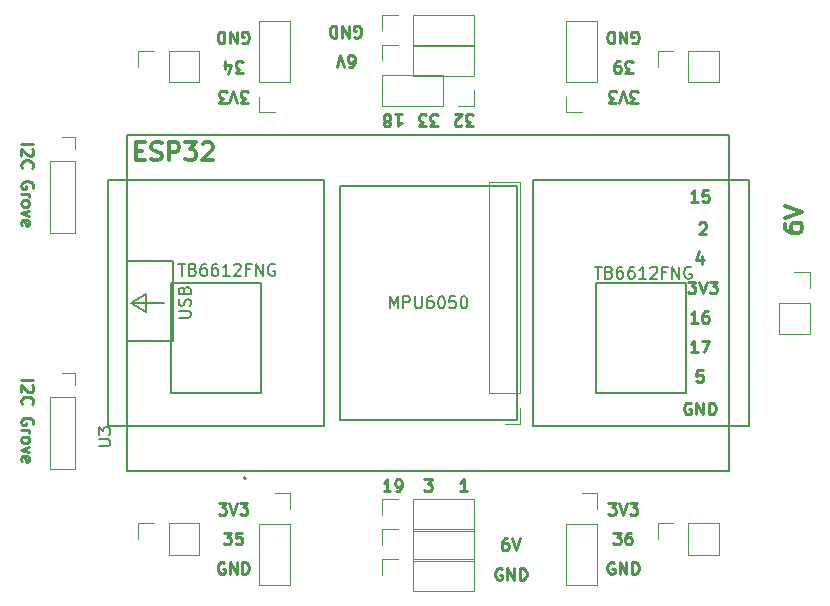
<source format=gbr>
G04 #@! TF.GenerationSoftware,KiCad,Pcbnew,(5.0.1)-3*
G04 #@! TF.CreationDate,2022-06-14T20:04:15+08:00*
G04 #@! TF.ProjectId,Omnibot V1,4F6D6E69626F742056312E6B69636164,rev?*
G04 #@! TF.SameCoordinates,Original*
G04 #@! TF.FileFunction,Legend,Top*
G04 #@! TF.FilePolarity,Positive*
%FSLAX46Y46*%
G04 Gerber Fmt 4.6, Leading zero omitted, Abs format (unit mm)*
G04 Created by KiCad (PCBNEW (5.0.1)-3) date 14-Jun-22 8:04:15 PM*
%MOMM*%
%LPD*%
G01*
G04 APERTURE LIST*
%ADD10C,0.300000*%
%ADD11C,0.250000*%
%ADD12C,0.200000*%
%ADD13C,0.127000*%
%ADD14C,0.120000*%
%ADD15C,0.150000*%
G04 APERTURE END LIST*
D10*
X25285714Y-37142857D02*
X25785714Y-37142857D01*
X26000000Y-37928571D02*
X25285714Y-37928571D01*
X25285714Y-36428571D01*
X26000000Y-36428571D01*
X26571428Y-37857142D02*
X26785714Y-37928571D01*
X27142857Y-37928571D01*
X27285714Y-37857142D01*
X27357142Y-37785714D01*
X27428571Y-37642857D01*
X27428571Y-37500000D01*
X27357142Y-37357142D01*
X27285714Y-37285714D01*
X27142857Y-37214285D01*
X26857142Y-37142857D01*
X26714285Y-37071428D01*
X26642857Y-37000000D01*
X26571428Y-36857142D01*
X26571428Y-36714285D01*
X26642857Y-36571428D01*
X26714285Y-36500000D01*
X26857142Y-36428571D01*
X27214285Y-36428571D01*
X27428571Y-36500000D01*
X28071428Y-37928571D02*
X28071428Y-36428571D01*
X28642857Y-36428571D01*
X28785714Y-36500000D01*
X28857142Y-36571428D01*
X28928571Y-36714285D01*
X28928571Y-36928571D01*
X28857142Y-37071428D01*
X28785714Y-37142857D01*
X28642857Y-37214285D01*
X28071428Y-37214285D01*
X29428571Y-36428571D02*
X30357142Y-36428571D01*
X29857142Y-37000000D01*
X30071428Y-37000000D01*
X30214285Y-37071428D01*
X30285714Y-37142857D01*
X30357142Y-37285714D01*
X30357142Y-37642857D01*
X30285714Y-37785714D01*
X30214285Y-37857142D01*
X30071428Y-37928571D01*
X29642857Y-37928571D01*
X29500000Y-37857142D01*
X29428571Y-37785714D01*
X30928571Y-36571428D02*
X31000000Y-36500000D01*
X31142857Y-36428571D01*
X31500000Y-36428571D01*
X31642857Y-36500000D01*
X31714285Y-36571428D01*
X31785714Y-36714285D01*
X31785714Y-36857142D01*
X31714285Y-37071428D01*
X30857142Y-37928571D01*
X31785714Y-37928571D01*
D11*
X72238095Y-58500000D02*
X72142857Y-58452380D01*
X72000000Y-58452380D01*
X71857142Y-58500000D01*
X71761904Y-58595238D01*
X71714285Y-58690476D01*
X71666666Y-58880952D01*
X71666666Y-59023809D01*
X71714285Y-59214285D01*
X71761904Y-59309523D01*
X71857142Y-59404761D01*
X72000000Y-59452380D01*
X72095238Y-59452380D01*
X72238095Y-59404761D01*
X72285714Y-59357142D01*
X72285714Y-59023809D01*
X72095238Y-59023809D01*
X72714285Y-59452380D02*
X72714285Y-58452380D01*
X73285714Y-59452380D01*
X73285714Y-58452380D01*
X73761904Y-59452380D02*
X73761904Y-58452380D01*
X74000000Y-58452380D01*
X74142857Y-58500000D01*
X74238095Y-58595238D01*
X74285714Y-58690476D01*
X74333333Y-58880952D01*
X74333333Y-59023809D01*
X74285714Y-59214285D01*
X74238095Y-59309523D01*
X74142857Y-59404761D01*
X74000000Y-59452380D01*
X73761904Y-59452380D01*
X73238095Y-55702380D02*
X72761904Y-55702380D01*
X72714285Y-56178571D01*
X72761904Y-56130952D01*
X72857142Y-56083333D01*
X73095238Y-56083333D01*
X73190476Y-56130952D01*
X73238095Y-56178571D01*
X73285714Y-56273809D01*
X73285714Y-56511904D01*
X73238095Y-56607142D01*
X73190476Y-56654761D01*
X73095238Y-56702380D01*
X72857142Y-56702380D01*
X72761904Y-56654761D01*
X72714285Y-56607142D01*
X72809523Y-54202380D02*
X72238095Y-54202380D01*
X72523809Y-54202380D02*
X72523809Y-53202380D01*
X72428571Y-53345238D01*
X72333333Y-53440476D01*
X72238095Y-53488095D01*
X73142857Y-53202380D02*
X73809523Y-53202380D01*
X73380952Y-54202380D01*
X72809523Y-51702380D02*
X72238095Y-51702380D01*
X72523809Y-51702380D02*
X72523809Y-50702380D01*
X72428571Y-50845238D01*
X72333333Y-50940476D01*
X72238095Y-50988095D01*
X73666666Y-50702380D02*
X73476190Y-50702380D01*
X73380952Y-50750000D01*
X73333333Y-50797619D01*
X73238095Y-50940476D01*
X73190476Y-51130952D01*
X73190476Y-51511904D01*
X73238095Y-51607142D01*
X73285714Y-51654761D01*
X73380952Y-51702380D01*
X73571428Y-51702380D01*
X73666666Y-51654761D01*
X73714285Y-51607142D01*
X73761904Y-51511904D01*
X73761904Y-51273809D01*
X73714285Y-51178571D01*
X73666666Y-51130952D01*
X73571428Y-51083333D01*
X73380952Y-51083333D01*
X73285714Y-51130952D01*
X73238095Y-51178571D01*
X73190476Y-51273809D01*
X72011904Y-48202380D02*
X72630952Y-48202380D01*
X72297619Y-48583333D01*
X72440476Y-48583333D01*
X72535714Y-48630952D01*
X72583333Y-48678571D01*
X72630952Y-48773809D01*
X72630952Y-49011904D01*
X72583333Y-49107142D01*
X72535714Y-49154761D01*
X72440476Y-49202380D01*
X72154761Y-49202380D01*
X72059523Y-49154761D01*
X72011904Y-49107142D01*
X72916666Y-48202380D02*
X73250000Y-49202380D01*
X73583333Y-48202380D01*
X73821428Y-48202380D02*
X74440476Y-48202380D01*
X74107142Y-48583333D01*
X74250000Y-48583333D01*
X74345238Y-48630952D01*
X74392857Y-48678571D01*
X74440476Y-48773809D01*
X74440476Y-49011904D01*
X74392857Y-49107142D01*
X74345238Y-49154761D01*
X74250000Y-49202380D01*
X73964285Y-49202380D01*
X73869047Y-49154761D01*
X73821428Y-49107142D01*
X73190476Y-46035714D02*
X73190476Y-46702380D01*
X72952380Y-45654761D02*
X72714285Y-46369047D01*
X73333333Y-46369047D01*
X72964285Y-43297619D02*
X73011904Y-43250000D01*
X73107142Y-43202380D01*
X73345238Y-43202380D01*
X73440476Y-43250000D01*
X73488095Y-43297619D01*
X73535714Y-43392857D01*
X73535714Y-43488095D01*
X73488095Y-43630952D01*
X72916666Y-44202380D01*
X73535714Y-44202380D01*
X72809523Y-41452380D02*
X72238095Y-41452380D01*
X72523809Y-41452380D02*
X72523809Y-40452380D01*
X72428571Y-40595238D01*
X72333333Y-40690476D01*
X72238095Y-40738095D01*
X73714285Y-40452380D02*
X73238095Y-40452380D01*
X73190476Y-40928571D01*
X73238095Y-40880952D01*
X73333333Y-40833333D01*
X73571428Y-40833333D01*
X73666666Y-40880952D01*
X73714285Y-40928571D01*
X73761904Y-41023809D01*
X73761904Y-41261904D01*
X73714285Y-41357142D01*
X73666666Y-41404761D01*
X73571428Y-41452380D01*
X73333333Y-41452380D01*
X73238095Y-41404761D01*
X73190476Y-41357142D01*
X15547619Y-36571428D02*
X16547619Y-36571428D01*
X16452380Y-37000000D02*
X16500000Y-37047619D01*
X16547619Y-37142857D01*
X16547619Y-37380952D01*
X16500000Y-37476190D01*
X16452380Y-37523809D01*
X16357142Y-37571428D01*
X16261904Y-37571428D01*
X16119047Y-37523809D01*
X15547619Y-36952380D01*
X15547619Y-37571428D01*
X15642857Y-38571428D02*
X15595238Y-38523809D01*
X15547619Y-38380952D01*
X15547619Y-38285714D01*
X15595238Y-38142857D01*
X15690476Y-38047619D01*
X15785714Y-38000000D01*
X15976190Y-37952380D01*
X16119047Y-37952380D01*
X16309523Y-38000000D01*
X16404761Y-38047619D01*
X16500000Y-38142857D01*
X16547619Y-38285714D01*
X16547619Y-38380952D01*
X16500000Y-38523809D01*
X16452380Y-38571428D01*
X16500000Y-40285714D02*
X16547619Y-40190476D01*
X16547619Y-40047619D01*
X16500000Y-39904761D01*
X16404761Y-39809523D01*
X16309523Y-39761904D01*
X16119047Y-39714285D01*
X15976190Y-39714285D01*
X15785714Y-39761904D01*
X15690476Y-39809523D01*
X15595238Y-39904761D01*
X15547619Y-40047619D01*
X15547619Y-40142857D01*
X15595238Y-40285714D01*
X15642857Y-40333333D01*
X15976190Y-40333333D01*
X15976190Y-40142857D01*
X15547619Y-40761904D02*
X16214285Y-40761904D01*
X16023809Y-40761904D02*
X16119047Y-40809523D01*
X16166666Y-40857142D01*
X16214285Y-40952380D01*
X16214285Y-41047619D01*
X15547619Y-41523809D02*
X15595238Y-41428571D01*
X15642857Y-41380952D01*
X15738095Y-41333333D01*
X16023809Y-41333333D01*
X16119047Y-41380952D01*
X16166666Y-41428571D01*
X16214285Y-41523809D01*
X16214285Y-41666666D01*
X16166666Y-41761904D01*
X16119047Y-41809523D01*
X16023809Y-41857142D01*
X15738095Y-41857142D01*
X15642857Y-41809523D01*
X15595238Y-41761904D01*
X15547619Y-41666666D01*
X15547619Y-41523809D01*
X16214285Y-42190476D02*
X15547619Y-42428571D01*
X16214285Y-42666666D01*
X15595238Y-43428571D02*
X15547619Y-43333333D01*
X15547619Y-43142857D01*
X15595238Y-43047619D01*
X15690476Y-43000000D01*
X16071428Y-43000000D01*
X16166666Y-43047619D01*
X16214285Y-43142857D01*
X16214285Y-43333333D01*
X16166666Y-43428571D01*
X16071428Y-43476190D01*
X15976190Y-43476190D01*
X15880952Y-43000000D01*
X15547619Y-56571428D02*
X16547619Y-56571428D01*
X16452380Y-57000000D02*
X16500000Y-57047619D01*
X16547619Y-57142857D01*
X16547619Y-57380952D01*
X16500000Y-57476190D01*
X16452380Y-57523809D01*
X16357142Y-57571428D01*
X16261904Y-57571428D01*
X16119047Y-57523809D01*
X15547619Y-56952380D01*
X15547619Y-57571428D01*
X15642857Y-58571428D02*
X15595238Y-58523809D01*
X15547619Y-58380952D01*
X15547619Y-58285714D01*
X15595238Y-58142857D01*
X15690476Y-58047619D01*
X15785714Y-58000000D01*
X15976190Y-57952380D01*
X16119047Y-57952380D01*
X16309523Y-58000000D01*
X16404761Y-58047619D01*
X16500000Y-58142857D01*
X16547619Y-58285714D01*
X16547619Y-58380952D01*
X16500000Y-58523809D01*
X16452380Y-58571428D01*
X16500000Y-60285714D02*
X16547619Y-60190476D01*
X16547619Y-60047619D01*
X16500000Y-59904761D01*
X16404761Y-59809523D01*
X16309523Y-59761904D01*
X16119047Y-59714285D01*
X15976190Y-59714285D01*
X15785714Y-59761904D01*
X15690476Y-59809523D01*
X15595238Y-59904761D01*
X15547619Y-60047619D01*
X15547619Y-60142857D01*
X15595238Y-60285714D01*
X15642857Y-60333333D01*
X15976190Y-60333333D01*
X15976190Y-60142857D01*
X15547619Y-60761904D02*
X16214285Y-60761904D01*
X16023809Y-60761904D02*
X16119047Y-60809523D01*
X16166666Y-60857142D01*
X16214285Y-60952380D01*
X16214285Y-61047619D01*
X15547619Y-61523809D02*
X15595238Y-61428571D01*
X15642857Y-61380952D01*
X15738095Y-61333333D01*
X16023809Y-61333333D01*
X16119047Y-61380952D01*
X16166666Y-61428571D01*
X16214285Y-61523809D01*
X16214285Y-61666666D01*
X16166666Y-61761904D01*
X16119047Y-61809523D01*
X16023809Y-61857142D01*
X15738095Y-61857142D01*
X15642857Y-61809523D01*
X15595238Y-61761904D01*
X15547619Y-61666666D01*
X15547619Y-61523809D01*
X16214285Y-62190476D02*
X15547619Y-62428571D01*
X16214285Y-62666666D01*
X15595238Y-63428571D02*
X15547619Y-63333333D01*
X15547619Y-63142857D01*
X15595238Y-63047619D01*
X15690476Y-63000000D01*
X16071428Y-63000000D01*
X16166666Y-63047619D01*
X16214285Y-63142857D01*
X16214285Y-63333333D01*
X16166666Y-63428571D01*
X16071428Y-63476190D01*
X15976190Y-63476190D01*
X15880952Y-63000000D01*
X67309523Y-30547619D02*
X66690476Y-30547619D01*
X67023809Y-30166666D01*
X66880952Y-30166666D01*
X66785714Y-30119047D01*
X66738095Y-30071428D01*
X66690476Y-29976190D01*
X66690476Y-29738095D01*
X66738095Y-29642857D01*
X66785714Y-29595238D01*
X66880952Y-29547619D01*
X67166666Y-29547619D01*
X67261904Y-29595238D01*
X67309523Y-29642857D01*
X66214285Y-29547619D02*
X66023809Y-29547619D01*
X65928571Y-29595238D01*
X65880952Y-29642857D01*
X65785714Y-29785714D01*
X65738095Y-29976190D01*
X65738095Y-30357142D01*
X65785714Y-30452380D01*
X65833333Y-30500000D01*
X65928571Y-30547619D01*
X66119047Y-30547619D01*
X66214285Y-30500000D01*
X66261904Y-30452380D01*
X66309523Y-30357142D01*
X66309523Y-30119047D01*
X66261904Y-30023809D01*
X66214285Y-29976190D01*
X66119047Y-29928571D01*
X65928571Y-29928571D01*
X65833333Y-29976190D01*
X65785714Y-30023809D01*
X65738095Y-30119047D01*
X67738095Y-33047619D02*
X67119047Y-33047619D01*
X67452380Y-32666666D01*
X67309523Y-32666666D01*
X67214285Y-32619047D01*
X67166666Y-32571428D01*
X67119047Y-32476190D01*
X67119047Y-32238095D01*
X67166666Y-32142857D01*
X67214285Y-32095238D01*
X67309523Y-32047619D01*
X67595238Y-32047619D01*
X67690476Y-32095238D01*
X67738095Y-32142857D01*
X66833333Y-33047619D02*
X66500000Y-32047619D01*
X66166666Y-33047619D01*
X65928571Y-33047619D02*
X65309523Y-33047619D01*
X65642857Y-32666666D01*
X65500000Y-32666666D01*
X65404761Y-32619047D01*
X65357142Y-32571428D01*
X65309523Y-32476190D01*
X65309523Y-32238095D01*
X65357142Y-32142857D01*
X65404761Y-32095238D01*
X65500000Y-32047619D01*
X65785714Y-32047619D01*
X65880952Y-32095238D01*
X65928571Y-32142857D01*
X67261904Y-28000000D02*
X67357142Y-28047619D01*
X67500000Y-28047619D01*
X67642857Y-28000000D01*
X67738095Y-27904761D01*
X67785714Y-27809523D01*
X67833333Y-27619047D01*
X67833333Y-27476190D01*
X67785714Y-27285714D01*
X67738095Y-27190476D01*
X67642857Y-27095238D01*
X67500000Y-27047619D01*
X67404761Y-27047619D01*
X67261904Y-27095238D01*
X67214285Y-27142857D01*
X67214285Y-27476190D01*
X67404761Y-27476190D01*
X66785714Y-27047619D02*
X66785714Y-28047619D01*
X66214285Y-27047619D01*
X66214285Y-28047619D01*
X65738095Y-27047619D02*
X65738095Y-28047619D01*
X65500000Y-28047619D01*
X65357142Y-28000000D01*
X65261904Y-27904761D01*
X65214285Y-27809523D01*
X65166666Y-27619047D01*
X65166666Y-27476190D01*
X65214285Y-27285714D01*
X65261904Y-27190476D01*
X65357142Y-27095238D01*
X65500000Y-27047619D01*
X65738095Y-27047619D01*
X34738095Y-33047619D02*
X34119047Y-33047619D01*
X34452380Y-32666666D01*
X34309523Y-32666666D01*
X34214285Y-32619047D01*
X34166666Y-32571428D01*
X34119047Y-32476190D01*
X34119047Y-32238095D01*
X34166666Y-32142857D01*
X34214285Y-32095238D01*
X34309523Y-32047619D01*
X34595238Y-32047619D01*
X34690476Y-32095238D01*
X34738095Y-32142857D01*
X33833333Y-33047619D02*
X33500000Y-32047619D01*
X33166666Y-33047619D01*
X32928571Y-33047619D02*
X32309523Y-33047619D01*
X32642857Y-32666666D01*
X32500000Y-32666666D01*
X32404761Y-32619047D01*
X32357142Y-32571428D01*
X32309523Y-32476190D01*
X32309523Y-32238095D01*
X32357142Y-32142857D01*
X32404761Y-32095238D01*
X32500000Y-32047619D01*
X32785714Y-32047619D01*
X32880952Y-32095238D01*
X32928571Y-32142857D01*
X34261904Y-28000000D02*
X34357142Y-28047619D01*
X34500000Y-28047619D01*
X34642857Y-28000000D01*
X34738095Y-27904761D01*
X34785714Y-27809523D01*
X34833333Y-27619047D01*
X34833333Y-27476190D01*
X34785714Y-27285714D01*
X34738095Y-27190476D01*
X34642857Y-27095238D01*
X34500000Y-27047619D01*
X34404761Y-27047619D01*
X34261904Y-27095238D01*
X34214285Y-27142857D01*
X34214285Y-27476190D01*
X34404761Y-27476190D01*
X33785714Y-27047619D02*
X33785714Y-28047619D01*
X33214285Y-27047619D01*
X33214285Y-28047619D01*
X32738095Y-27047619D02*
X32738095Y-28047619D01*
X32500000Y-28047619D01*
X32357142Y-28000000D01*
X32261904Y-27904761D01*
X32214285Y-27809523D01*
X32166666Y-27619047D01*
X32166666Y-27476190D01*
X32214285Y-27285714D01*
X32261904Y-27190476D01*
X32357142Y-27095238D01*
X32500000Y-27047619D01*
X32738095Y-27047619D01*
X34309523Y-30547619D02*
X33690476Y-30547619D01*
X34023809Y-30166666D01*
X33880952Y-30166666D01*
X33785714Y-30119047D01*
X33738095Y-30071428D01*
X33690476Y-29976190D01*
X33690476Y-29738095D01*
X33738095Y-29642857D01*
X33785714Y-29595238D01*
X33880952Y-29547619D01*
X34166666Y-29547619D01*
X34261904Y-29595238D01*
X34309523Y-29642857D01*
X32833333Y-30214285D02*
X32833333Y-29547619D01*
X33071428Y-30595238D02*
X33309523Y-29880952D01*
X32690476Y-29880952D01*
X65261904Y-66952380D02*
X65880952Y-66952380D01*
X65547619Y-67333333D01*
X65690476Y-67333333D01*
X65785714Y-67380952D01*
X65833333Y-67428571D01*
X65880952Y-67523809D01*
X65880952Y-67761904D01*
X65833333Y-67857142D01*
X65785714Y-67904761D01*
X65690476Y-67952380D01*
X65404761Y-67952380D01*
X65309523Y-67904761D01*
X65261904Y-67857142D01*
X66166666Y-66952380D02*
X66500000Y-67952380D01*
X66833333Y-66952380D01*
X67071428Y-66952380D02*
X67690476Y-66952380D01*
X67357142Y-67333333D01*
X67500000Y-67333333D01*
X67595238Y-67380952D01*
X67642857Y-67428571D01*
X67690476Y-67523809D01*
X67690476Y-67761904D01*
X67642857Y-67857142D01*
X67595238Y-67904761D01*
X67500000Y-67952380D01*
X67214285Y-67952380D01*
X67119047Y-67904761D01*
X67071428Y-67857142D01*
X65738095Y-72000000D02*
X65642857Y-71952380D01*
X65500000Y-71952380D01*
X65357142Y-72000000D01*
X65261904Y-72095238D01*
X65214285Y-72190476D01*
X65166666Y-72380952D01*
X65166666Y-72523809D01*
X65214285Y-72714285D01*
X65261904Y-72809523D01*
X65357142Y-72904761D01*
X65500000Y-72952380D01*
X65595238Y-72952380D01*
X65738095Y-72904761D01*
X65785714Y-72857142D01*
X65785714Y-72523809D01*
X65595238Y-72523809D01*
X66214285Y-72952380D02*
X66214285Y-71952380D01*
X66785714Y-72952380D01*
X66785714Y-71952380D01*
X67261904Y-72952380D02*
X67261904Y-71952380D01*
X67500000Y-71952380D01*
X67642857Y-72000000D01*
X67738095Y-72095238D01*
X67785714Y-72190476D01*
X67833333Y-72380952D01*
X67833333Y-72523809D01*
X67785714Y-72714285D01*
X67738095Y-72809523D01*
X67642857Y-72904761D01*
X67500000Y-72952380D01*
X67261904Y-72952380D01*
X65690476Y-69452380D02*
X66309523Y-69452380D01*
X65976190Y-69833333D01*
X66119047Y-69833333D01*
X66214285Y-69880952D01*
X66261904Y-69928571D01*
X66309523Y-70023809D01*
X66309523Y-70261904D01*
X66261904Y-70357142D01*
X66214285Y-70404761D01*
X66119047Y-70452380D01*
X65833333Y-70452380D01*
X65738095Y-70404761D01*
X65690476Y-70357142D01*
X67166666Y-69452380D02*
X66976190Y-69452380D01*
X66880952Y-69500000D01*
X66833333Y-69547619D01*
X66738095Y-69690476D01*
X66690476Y-69880952D01*
X66690476Y-70261904D01*
X66738095Y-70357142D01*
X66785714Y-70404761D01*
X66880952Y-70452380D01*
X67071428Y-70452380D01*
X67166666Y-70404761D01*
X67214285Y-70357142D01*
X67261904Y-70261904D01*
X67261904Y-70023809D01*
X67214285Y-69928571D01*
X67166666Y-69880952D01*
X67071428Y-69833333D01*
X66880952Y-69833333D01*
X66785714Y-69880952D01*
X66738095Y-69928571D01*
X66690476Y-70023809D01*
X32690476Y-69452380D02*
X33309523Y-69452380D01*
X32976190Y-69833333D01*
X33119047Y-69833333D01*
X33214285Y-69880952D01*
X33261904Y-69928571D01*
X33309523Y-70023809D01*
X33309523Y-70261904D01*
X33261904Y-70357142D01*
X33214285Y-70404761D01*
X33119047Y-70452380D01*
X32833333Y-70452380D01*
X32738095Y-70404761D01*
X32690476Y-70357142D01*
X34214285Y-69452380D02*
X33738095Y-69452380D01*
X33690476Y-69928571D01*
X33738095Y-69880952D01*
X33833333Y-69833333D01*
X34071428Y-69833333D01*
X34166666Y-69880952D01*
X34214285Y-69928571D01*
X34261904Y-70023809D01*
X34261904Y-70261904D01*
X34214285Y-70357142D01*
X34166666Y-70404761D01*
X34071428Y-70452380D01*
X33833333Y-70452380D01*
X33738095Y-70404761D01*
X33690476Y-70357142D01*
X32738095Y-72000000D02*
X32642857Y-71952380D01*
X32500000Y-71952380D01*
X32357142Y-72000000D01*
X32261904Y-72095238D01*
X32214285Y-72190476D01*
X32166666Y-72380952D01*
X32166666Y-72523809D01*
X32214285Y-72714285D01*
X32261904Y-72809523D01*
X32357142Y-72904761D01*
X32500000Y-72952380D01*
X32595238Y-72952380D01*
X32738095Y-72904761D01*
X32785714Y-72857142D01*
X32785714Y-72523809D01*
X32595238Y-72523809D01*
X33214285Y-72952380D02*
X33214285Y-71952380D01*
X33785714Y-72952380D01*
X33785714Y-71952380D01*
X34261904Y-72952380D02*
X34261904Y-71952380D01*
X34500000Y-71952380D01*
X34642857Y-72000000D01*
X34738095Y-72095238D01*
X34785714Y-72190476D01*
X34833333Y-72380952D01*
X34833333Y-72523809D01*
X34785714Y-72714285D01*
X34738095Y-72809523D01*
X34642857Y-72904761D01*
X34500000Y-72952380D01*
X34261904Y-72952380D01*
X32261904Y-66952380D02*
X32880952Y-66952380D01*
X32547619Y-67333333D01*
X32690476Y-67333333D01*
X32785714Y-67380952D01*
X32833333Y-67428571D01*
X32880952Y-67523809D01*
X32880952Y-67761904D01*
X32833333Y-67857142D01*
X32785714Y-67904761D01*
X32690476Y-67952380D01*
X32404761Y-67952380D01*
X32309523Y-67904761D01*
X32261904Y-67857142D01*
X33166666Y-66952380D02*
X33500000Y-67952380D01*
X33833333Y-66952380D01*
X34071428Y-66952380D02*
X34690476Y-66952380D01*
X34357142Y-67333333D01*
X34500000Y-67333333D01*
X34595238Y-67380952D01*
X34642857Y-67428571D01*
X34690476Y-67523809D01*
X34690476Y-67761904D01*
X34642857Y-67857142D01*
X34595238Y-67904761D01*
X34500000Y-67952380D01*
X34214285Y-67952380D01*
X34119047Y-67904761D01*
X34071428Y-67857142D01*
X46809523Y-65952380D02*
X46238095Y-65952380D01*
X46523809Y-65952380D02*
X46523809Y-64952380D01*
X46428571Y-65095238D01*
X46333333Y-65190476D01*
X46238095Y-65238095D01*
X47285714Y-65952380D02*
X47476190Y-65952380D01*
X47571428Y-65904761D01*
X47619047Y-65857142D01*
X47714285Y-65714285D01*
X47761904Y-65523809D01*
X47761904Y-65142857D01*
X47714285Y-65047619D01*
X47666666Y-65000000D01*
X47571428Y-64952380D01*
X47380952Y-64952380D01*
X47285714Y-65000000D01*
X47238095Y-65047619D01*
X47190476Y-65142857D01*
X47190476Y-65380952D01*
X47238095Y-65476190D01*
X47285714Y-65523809D01*
X47380952Y-65571428D01*
X47571428Y-65571428D01*
X47666666Y-65523809D01*
X47714285Y-65476190D01*
X47761904Y-65380952D01*
X49666666Y-64952380D02*
X50285714Y-64952380D01*
X49952380Y-65333333D01*
X50095238Y-65333333D01*
X50190476Y-65380952D01*
X50238095Y-65428571D01*
X50285714Y-65523809D01*
X50285714Y-65761904D01*
X50238095Y-65857142D01*
X50190476Y-65904761D01*
X50095238Y-65952380D01*
X49809523Y-65952380D01*
X49714285Y-65904761D01*
X49666666Y-65857142D01*
X53809523Y-35047619D02*
X53190476Y-35047619D01*
X53523809Y-34666666D01*
X53380952Y-34666666D01*
X53285714Y-34619047D01*
X53238095Y-34571428D01*
X53190476Y-34476190D01*
X53190476Y-34238095D01*
X53238095Y-34142857D01*
X53285714Y-34095238D01*
X53380952Y-34047619D01*
X53666666Y-34047619D01*
X53761904Y-34095238D01*
X53809523Y-34142857D01*
X52809523Y-34952380D02*
X52761904Y-35000000D01*
X52666666Y-35047619D01*
X52428571Y-35047619D01*
X52333333Y-35000000D01*
X52285714Y-34952380D01*
X52238095Y-34857142D01*
X52238095Y-34761904D01*
X52285714Y-34619047D01*
X52857142Y-34047619D01*
X52238095Y-34047619D01*
X50809523Y-35047619D02*
X50190476Y-35047619D01*
X50523809Y-34666666D01*
X50380952Y-34666666D01*
X50285714Y-34619047D01*
X50238095Y-34571428D01*
X50190476Y-34476190D01*
X50190476Y-34238095D01*
X50238095Y-34142857D01*
X50285714Y-34095238D01*
X50380952Y-34047619D01*
X50666666Y-34047619D01*
X50761904Y-34095238D01*
X50809523Y-34142857D01*
X49857142Y-35047619D02*
X49238095Y-35047619D01*
X49571428Y-34666666D01*
X49428571Y-34666666D01*
X49333333Y-34619047D01*
X49285714Y-34571428D01*
X49238095Y-34476190D01*
X49238095Y-34238095D01*
X49285714Y-34142857D01*
X49333333Y-34095238D01*
X49428571Y-34047619D01*
X49714285Y-34047619D01*
X49809523Y-34095238D01*
X49857142Y-34142857D01*
X47190476Y-34047619D02*
X47761904Y-34047619D01*
X47476190Y-34047619D02*
X47476190Y-35047619D01*
X47571428Y-34904761D01*
X47666666Y-34809523D01*
X47761904Y-34761904D01*
X46619047Y-34619047D02*
X46714285Y-34666666D01*
X46761904Y-34714285D01*
X46809523Y-34809523D01*
X46809523Y-34857142D01*
X46761904Y-34952380D01*
X46714285Y-35000000D01*
X46619047Y-35047619D01*
X46428571Y-35047619D01*
X46333333Y-35000000D01*
X46285714Y-34952380D01*
X46238095Y-34857142D01*
X46238095Y-34809523D01*
X46285714Y-34714285D01*
X46333333Y-34666666D01*
X46428571Y-34619047D01*
X46619047Y-34619047D01*
X46714285Y-34571428D01*
X46761904Y-34523809D01*
X46809523Y-34428571D01*
X46809523Y-34238095D01*
X46761904Y-34142857D01*
X46714285Y-34095238D01*
X46619047Y-34047619D01*
X46428571Y-34047619D01*
X46333333Y-34095238D01*
X46285714Y-34142857D01*
X46238095Y-34238095D01*
X46238095Y-34428571D01*
X46285714Y-34523809D01*
X46333333Y-34571428D01*
X46428571Y-34619047D01*
X53285714Y-65952380D02*
X52714285Y-65952380D01*
X53000000Y-65952380D02*
X53000000Y-64952380D01*
X52904761Y-65095238D01*
X52809523Y-65190476D01*
X52714285Y-65238095D01*
X56238095Y-72500000D02*
X56142857Y-72452380D01*
X56000000Y-72452380D01*
X55857142Y-72500000D01*
X55761904Y-72595238D01*
X55714285Y-72690476D01*
X55666666Y-72880952D01*
X55666666Y-73023809D01*
X55714285Y-73214285D01*
X55761904Y-73309523D01*
X55857142Y-73404761D01*
X56000000Y-73452380D01*
X56095238Y-73452380D01*
X56238095Y-73404761D01*
X56285714Y-73357142D01*
X56285714Y-73023809D01*
X56095238Y-73023809D01*
X56714285Y-73452380D02*
X56714285Y-72452380D01*
X57285714Y-73452380D01*
X57285714Y-72452380D01*
X57761904Y-73452380D02*
X57761904Y-72452380D01*
X58000000Y-72452380D01*
X58142857Y-72500000D01*
X58238095Y-72595238D01*
X58285714Y-72690476D01*
X58333333Y-72880952D01*
X58333333Y-73023809D01*
X58285714Y-73214285D01*
X58238095Y-73309523D01*
X58142857Y-73404761D01*
X58000000Y-73452380D01*
X57761904Y-73452380D01*
X56711904Y-69952380D02*
X56521428Y-69952380D01*
X56426190Y-70000000D01*
X56378571Y-70047619D01*
X56283333Y-70190476D01*
X56235714Y-70380952D01*
X56235714Y-70761904D01*
X56283333Y-70857142D01*
X56330952Y-70904761D01*
X56426190Y-70952380D01*
X56616666Y-70952380D01*
X56711904Y-70904761D01*
X56759523Y-70857142D01*
X56807142Y-70761904D01*
X56807142Y-70523809D01*
X56759523Y-70428571D01*
X56711904Y-70380952D01*
X56616666Y-70333333D01*
X56426190Y-70333333D01*
X56330952Y-70380952D01*
X56283333Y-70428571D01*
X56235714Y-70523809D01*
X57092857Y-69952380D02*
X57426190Y-70952380D01*
X57759523Y-69952380D01*
X43761904Y-27500000D02*
X43857142Y-27547619D01*
X44000000Y-27547619D01*
X44142857Y-27500000D01*
X44238095Y-27404761D01*
X44285714Y-27309523D01*
X44333333Y-27119047D01*
X44333333Y-26976190D01*
X44285714Y-26785714D01*
X44238095Y-26690476D01*
X44142857Y-26595238D01*
X44000000Y-26547619D01*
X43904761Y-26547619D01*
X43761904Y-26595238D01*
X43714285Y-26642857D01*
X43714285Y-26976190D01*
X43904761Y-26976190D01*
X43285714Y-26547619D02*
X43285714Y-27547619D01*
X42714285Y-26547619D01*
X42714285Y-27547619D01*
X42238095Y-26547619D02*
X42238095Y-27547619D01*
X42000000Y-27547619D01*
X41857142Y-27500000D01*
X41761904Y-27404761D01*
X41714285Y-27309523D01*
X41666666Y-27119047D01*
X41666666Y-26976190D01*
X41714285Y-26785714D01*
X41761904Y-26690476D01*
X41857142Y-26595238D01*
X42000000Y-26547619D01*
X42238095Y-26547619D01*
X43288095Y-30047619D02*
X43478571Y-30047619D01*
X43573809Y-30000000D01*
X43621428Y-29952380D01*
X43716666Y-29809523D01*
X43764285Y-29619047D01*
X43764285Y-29238095D01*
X43716666Y-29142857D01*
X43669047Y-29095238D01*
X43573809Y-29047619D01*
X43383333Y-29047619D01*
X43288095Y-29095238D01*
X43240476Y-29142857D01*
X43192857Y-29238095D01*
X43192857Y-29476190D01*
X43240476Y-29571428D01*
X43288095Y-29619047D01*
X43383333Y-29666666D01*
X43573809Y-29666666D01*
X43669047Y-29619047D01*
X43716666Y-29571428D01*
X43764285Y-29476190D01*
X42907142Y-30047619D02*
X42573809Y-29047619D01*
X42240476Y-30047619D01*
D10*
X80178571Y-43357142D02*
X80178571Y-43642857D01*
X80250000Y-43785714D01*
X80321428Y-43857142D01*
X80535714Y-44000000D01*
X80821428Y-44071428D01*
X81392857Y-44071428D01*
X81535714Y-44000000D01*
X81607142Y-43928571D01*
X81678571Y-43785714D01*
X81678571Y-43500000D01*
X81607142Y-43357142D01*
X81535714Y-43285714D01*
X81392857Y-43214285D01*
X81035714Y-43214285D01*
X80892857Y-43285714D01*
X80821428Y-43357142D01*
X80750000Y-43500000D01*
X80750000Y-43785714D01*
X80821428Y-43928571D01*
X80892857Y-44000000D01*
X81035714Y-44071428D01*
X80178571Y-42785714D02*
X81678571Y-42285714D01*
X80178571Y-41785714D01*
D12*
G04 #@! TO.C,U3*
X26124000Y-49238000D02*
X24854000Y-50000000D01*
X26124000Y-50762000D02*
X26124000Y-49238000D01*
X24854000Y-50000000D02*
X26124000Y-50762000D01*
X27648000Y-50000000D02*
X24854000Y-50000000D01*
X24854000Y-50000000D02*
X27648000Y-50000000D01*
D13*
X75475000Y-41220000D02*
X75475000Y-35770000D01*
X75475000Y-58910000D02*
X75475000Y-41220000D01*
X75475000Y-64280000D02*
X75475000Y-58910000D01*
X24525000Y-35770000D02*
X75475000Y-35770000D01*
X75475000Y-64280000D02*
X24525000Y-64280000D01*
X24525000Y-46500000D02*
X24525000Y-35770000D01*
X24525000Y-53211000D02*
X24525000Y-46500000D01*
X24525000Y-64280000D02*
X24525000Y-53211000D01*
X28415000Y-53211000D02*
X24525000Y-53211000D01*
X28415000Y-46500000D02*
X28415000Y-53211000D01*
X24525000Y-46500000D02*
X28415000Y-46500000D01*
D12*
X34585000Y-64850000D02*
G75*
G03X34585000Y-64850000I-100000J0D01*
G01*
D13*
X75475000Y-64280000D02*
X24525000Y-64280000D01*
X24525000Y-64280000D02*
X24525000Y-35770000D01*
X75475000Y-35770000D02*
X75475000Y-64280000D01*
X24525000Y-35770000D02*
X75475000Y-35770000D01*
D14*
G04 #@! TO.C,J7*
X81000000Y-47420000D02*
X82330000Y-47420000D01*
X82330000Y-47420000D02*
X82330000Y-48750000D01*
X82330000Y-50020000D02*
X82330000Y-52620000D01*
X79670000Y-52620000D02*
X82330000Y-52620000D01*
X79670000Y-50020000D02*
X79670000Y-52620000D01*
X79670000Y-50020000D02*
X82330000Y-50020000D01*
G04 #@! TO.C,J3*
X38330000Y-31270000D02*
X35670000Y-31270000D01*
X38330000Y-31270000D02*
X38330000Y-26130000D01*
X38330000Y-26130000D02*
X35670000Y-26130000D01*
X35670000Y-31270000D02*
X35670000Y-26130000D01*
X35670000Y-33870000D02*
X35670000Y-32540000D01*
X37000000Y-33870000D02*
X35670000Y-33870000D01*
G04 #@! TO.C,J2*
X35670000Y-68730000D02*
X38330000Y-68730000D01*
X35670000Y-68730000D02*
X35670000Y-73870000D01*
X35670000Y-73870000D02*
X38330000Y-73870000D01*
X38330000Y-68730000D02*
X38330000Y-73870000D01*
X38330000Y-66130000D02*
X38330000Y-67460000D01*
X37000000Y-66130000D02*
X38330000Y-66130000D01*
G04 #@! TO.C,J4*
X61670000Y-68730000D02*
X64330000Y-68730000D01*
X61670000Y-68730000D02*
X61670000Y-73870000D01*
X61670000Y-73870000D02*
X64330000Y-73870000D01*
X64330000Y-68730000D02*
X64330000Y-73870000D01*
X64330000Y-66130000D02*
X64330000Y-67460000D01*
X63000000Y-66130000D02*
X64330000Y-66130000D01*
G04 #@! TO.C,J5*
X64330000Y-31270000D02*
X61670000Y-31270000D01*
X64330000Y-31270000D02*
X64330000Y-26130000D01*
X64330000Y-26130000D02*
X61670000Y-26130000D01*
X61670000Y-31270000D02*
X61670000Y-26130000D01*
X61670000Y-33870000D02*
X61670000Y-32540000D01*
X63000000Y-33870000D02*
X61670000Y-33870000D01*
G04 #@! TO.C,J12*
X46130000Y-73060000D02*
X46130000Y-71730000D01*
X46130000Y-71730000D02*
X47460000Y-71730000D01*
X48730000Y-71730000D02*
X53870000Y-71730000D01*
X53870000Y-74390000D02*
X53870000Y-71730000D01*
X48730000Y-74390000D02*
X53870000Y-74390000D01*
X48730000Y-74390000D02*
X48730000Y-71730000D01*
G04 #@! TO.C,J11*
X46130000Y-70520000D02*
X46130000Y-69190000D01*
X46130000Y-69190000D02*
X47460000Y-69190000D01*
X48730000Y-69190000D02*
X53870000Y-69190000D01*
X53870000Y-71850000D02*
X53870000Y-69190000D01*
X48730000Y-71850000D02*
X53870000Y-71850000D01*
X48730000Y-71850000D02*
X48730000Y-69190000D01*
G04 #@! TO.C,J10*
X46130000Y-67980000D02*
X46130000Y-66650000D01*
X46130000Y-66650000D02*
X47460000Y-66650000D01*
X48730000Y-66650000D02*
X53870000Y-66650000D01*
X53870000Y-69310000D02*
X53870000Y-66650000D01*
X48730000Y-69310000D02*
X53870000Y-69310000D01*
X48730000Y-69310000D02*
X48730000Y-66650000D01*
G04 #@! TO.C,J14*
X46130000Y-26940000D02*
X46130000Y-25610000D01*
X46130000Y-25610000D02*
X47460000Y-25610000D01*
X48730000Y-25610000D02*
X53870000Y-25610000D01*
X53870000Y-28270000D02*
X53870000Y-25610000D01*
X48730000Y-28270000D02*
X53870000Y-28270000D01*
X48730000Y-28270000D02*
X48730000Y-25610000D01*
G04 #@! TO.C,J13*
X46130000Y-29480000D02*
X46130000Y-28150000D01*
X46130000Y-28150000D02*
X47460000Y-28150000D01*
X48730000Y-28150000D02*
X53870000Y-28150000D01*
X53870000Y-30810000D02*
X53870000Y-28150000D01*
X48730000Y-30810000D02*
X53870000Y-30810000D01*
X48730000Y-30810000D02*
X48730000Y-28150000D01*
G04 #@! TO.C,J9*
X53870000Y-32020000D02*
X53870000Y-33350000D01*
X53870000Y-33350000D02*
X52540000Y-33350000D01*
X51270000Y-33350000D02*
X46130000Y-33350000D01*
X46130000Y-30690000D02*
X46130000Y-33350000D01*
X51270000Y-30690000D02*
X46130000Y-30690000D01*
X51270000Y-30690000D02*
X51270000Y-33350000D01*
G04 #@! TO.C,U4*
X57796600Y-39788400D02*
X55136600Y-39788400D01*
X57796600Y-57628400D02*
X57796600Y-39788400D01*
X55136600Y-57628400D02*
X55136600Y-39788400D01*
X57796600Y-57628400D02*
X55136600Y-57628400D01*
X57796600Y-58898400D02*
X57796600Y-60228400D01*
X57796600Y-60228400D02*
X56466600Y-60228400D01*
D12*
X57493000Y-59906000D02*
X42507000Y-59906000D01*
X42507000Y-59906000D02*
X42507000Y-40094000D01*
X57493000Y-59906000D02*
X57493000Y-40094000D01*
X57493000Y-40094000D02*
X42507000Y-40094000D01*
D15*
G04 #@! TO.C,U1*
X64190000Y-48349000D02*
X64190000Y-57620000D01*
X71810000Y-48349000D02*
X64190000Y-48349000D01*
X71810000Y-57620000D02*
X71810000Y-48349000D01*
X64190000Y-57620000D02*
X71810000Y-57620000D01*
X77144000Y-39586000D02*
X58856000Y-39586000D01*
X58856000Y-39586000D02*
X58856000Y-60414000D01*
X58856000Y-60414000D02*
X77144000Y-60414000D01*
X77144000Y-60414000D02*
X77144000Y-39586000D01*
G04 #@! TO.C,U2*
X41144000Y-60414000D02*
X41144000Y-39586000D01*
X22856000Y-60414000D02*
X41144000Y-60414000D01*
X22856000Y-39586000D02*
X22856000Y-60414000D01*
X41144000Y-39586000D02*
X22856000Y-39586000D01*
X28190000Y-57620000D02*
X35810000Y-57620000D01*
X35810000Y-57620000D02*
X35810000Y-48349000D01*
X35810000Y-48349000D02*
X28190000Y-48349000D01*
X28190000Y-48349000D02*
X28190000Y-57620000D01*
D14*
G04 #@! TO.C,J1*
X19000000Y-55940000D02*
X20060000Y-55940000D01*
X20060000Y-55940000D02*
X20060000Y-57000000D01*
X20060000Y-58000000D02*
X20060000Y-64060000D01*
X17940000Y-64060000D02*
X20060000Y-64060000D01*
X17940000Y-58000000D02*
X17940000Y-64060000D01*
X17940000Y-58000000D02*
X20060000Y-58000000D01*
G04 #@! TO.C,M1*
X25420000Y-30000000D02*
X25420000Y-28670000D01*
X25420000Y-28670000D02*
X26750000Y-28670000D01*
X28020000Y-28670000D02*
X30620000Y-28670000D01*
X30620000Y-31330000D02*
X30620000Y-28670000D01*
X28020000Y-31330000D02*
X30620000Y-31330000D01*
X28020000Y-31330000D02*
X28020000Y-28670000D01*
G04 #@! TO.C,M3*
X69420000Y-30000000D02*
X69420000Y-28670000D01*
X69420000Y-28670000D02*
X70750000Y-28670000D01*
X72020000Y-28670000D02*
X74620000Y-28670000D01*
X74620000Y-31330000D02*
X74620000Y-28670000D01*
X72020000Y-31330000D02*
X74620000Y-31330000D01*
X72020000Y-31330000D02*
X72020000Y-28670000D01*
G04 #@! TO.C,M2*
X28020000Y-71330000D02*
X28020000Y-68670000D01*
X28020000Y-71330000D02*
X30620000Y-71330000D01*
X30620000Y-71330000D02*
X30620000Y-68670000D01*
X28020000Y-68670000D02*
X30620000Y-68670000D01*
X25420000Y-68670000D02*
X26750000Y-68670000D01*
X25420000Y-70000000D02*
X25420000Y-68670000D01*
G04 #@! TO.C,M4*
X69420000Y-70000000D02*
X69420000Y-68670000D01*
X69420000Y-68670000D02*
X70750000Y-68670000D01*
X72020000Y-68670000D02*
X74620000Y-68670000D01*
X74620000Y-71330000D02*
X74620000Y-68670000D01*
X72020000Y-71330000D02*
X74620000Y-71330000D01*
X72020000Y-71330000D02*
X72020000Y-68670000D01*
G04 #@! TO.C,J8*
X19000000Y-35940000D02*
X20060000Y-35940000D01*
X20060000Y-35940000D02*
X20060000Y-37000000D01*
X20060000Y-38000000D02*
X20060000Y-44060000D01*
X17940000Y-44060000D02*
X20060000Y-44060000D01*
X17940000Y-38000000D02*
X17940000Y-44060000D01*
X17940000Y-38000000D02*
X20060000Y-38000000D01*
G04 #@! TO.C,U3*
D15*
X22092380Y-62116904D02*
X22901904Y-62116904D01*
X22997142Y-62069285D01*
X23044761Y-62021666D01*
X23092380Y-61926428D01*
X23092380Y-61735952D01*
X23044761Y-61640714D01*
X22997142Y-61593095D01*
X22901904Y-61545476D01*
X22092380Y-61545476D01*
X22092380Y-61164523D02*
X22092380Y-60545476D01*
X22473333Y-60878809D01*
X22473333Y-60735952D01*
X22520952Y-60640714D01*
X22568571Y-60593095D01*
X22663809Y-60545476D01*
X22901904Y-60545476D01*
X22997142Y-60593095D01*
X23044761Y-60640714D01*
X23092380Y-60735952D01*
X23092380Y-61021666D01*
X23044761Y-61116904D01*
X22997142Y-61164523D01*
X28878380Y-51261904D02*
X29687904Y-51261904D01*
X29783142Y-51214285D01*
X29830761Y-51166666D01*
X29878380Y-51071428D01*
X29878380Y-50880952D01*
X29830761Y-50785714D01*
X29783142Y-50738095D01*
X29687904Y-50690476D01*
X28878380Y-50690476D01*
X29830761Y-50261904D02*
X29878380Y-50119047D01*
X29878380Y-49880952D01*
X29830761Y-49785714D01*
X29783142Y-49738095D01*
X29687904Y-49690476D01*
X29592666Y-49690476D01*
X29497428Y-49738095D01*
X29449809Y-49785714D01*
X29402190Y-49880952D01*
X29354571Y-50071428D01*
X29306952Y-50166666D01*
X29259333Y-50214285D01*
X29164095Y-50261904D01*
X29068857Y-50261904D01*
X28973619Y-50214285D01*
X28926000Y-50166666D01*
X28878380Y-50071428D01*
X28878380Y-49833333D01*
X28926000Y-49690476D01*
X29354571Y-48928571D02*
X29402190Y-48785714D01*
X29449809Y-48738095D01*
X29545047Y-48690476D01*
X29687904Y-48690476D01*
X29783142Y-48738095D01*
X29830761Y-48785714D01*
X29878380Y-48880952D01*
X29878380Y-49261904D01*
X28878380Y-49261904D01*
X28878380Y-48928571D01*
X28926000Y-48833333D01*
X28973619Y-48785714D01*
X29068857Y-48738095D01*
X29164095Y-48738095D01*
X29259333Y-48785714D01*
X29306952Y-48833333D01*
X29354571Y-48928571D01*
X29354571Y-49261904D01*
G04 #@! TO.C,U4*
X46738095Y-50452380D02*
X46738095Y-49452380D01*
X47071428Y-50166666D01*
X47404761Y-49452380D01*
X47404761Y-50452380D01*
X47880952Y-50452380D02*
X47880952Y-49452380D01*
X48261904Y-49452380D01*
X48357142Y-49500000D01*
X48404761Y-49547619D01*
X48452380Y-49642857D01*
X48452380Y-49785714D01*
X48404761Y-49880952D01*
X48357142Y-49928571D01*
X48261904Y-49976190D01*
X47880952Y-49976190D01*
X48880952Y-49452380D02*
X48880952Y-50261904D01*
X48928571Y-50357142D01*
X48976190Y-50404761D01*
X49071428Y-50452380D01*
X49261904Y-50452380D01*
X49357142Y-50404761D01*
X49404761Y-50357142D01*
X49452380Y-50261904D01*
X49452380Y-49452380D01*
X50357142Y-49452380D02*
X50166666Y-49452380D01*
X50071428Y-49500000D01*
X50023809Y-49547619D01*
X49928571Y-49690476D01*
X49880952Y-49880952D01*
X49880952Y-50261904D01*
X49928571Y-50357142D01*
X49976190Y-50404761D01*
X50071428Y-50452380D01*
X50261904Y-50452380D01*
X50357142Y-50404761D01*
X50404761Y-50357142D01*
X50452380Y-50261904D01*
X50452380Y-50023809D01*
X50404761Y-49928571D01*
X50357142Y-49880952D01*
X50261904Y-49833333D01*
X50071428Y-49833333D01*
X49976190Y-49880952D01*
X49928571Y-49928571D01*
X49880952Y-50023809D01*
X51071428Y-49452380D02*
X51166666Y-49452380D01*
X51261904Y-49500000D01*
X51309523Y-49547619D01*
X51357142Y-49642857D01*
X51404761Y-49833333D01*
X51404761Y-50071428D01*
X51357142Y-50261904D01*
X51309523Y-50357142D01*
X51261904Y-50404761D01*
X51166666Y-50452380D01*
X51071428Y-50452380D01*
X50976190Y-50404761D01*
X50928571Y-50357142D01*
X50880952Y-50261904D01*
X50833333Y-50071428D01*
X50833333Y-49833333D01*
X50880952Y-49642857D01*
X50928571Y-49547619D01*
X50976190Y-49500000D01*
X51071428Y-49452380D01*
X52309523Y-49452380D02*
X51833333Y-49452380D01*
X51785714Y-49928571D01*
X51833333Y-49880952D01*
X51928571Y-49833333D01*
X52166666Y-49833333D01*
X52261904Y-49880952D01*
X52309523Y-49928571D01*
X52357142Y-50023809D01*
X52357142Y-50261904D01*
X52309523Y-50357142D01*
X52261904Y-50404761D01*
X52166666Y-50452380D01*
X51928571Y-50452380D01*
X51833333Y-50404761D01*
X51785714Y-50357142D01*
X52976190Y-49452380D02*
X53071428Y-49452380D01*
X53166666Y-49500000D01*
X53214285Y-49547619D01*
X53261904Y-49642857D01*
X53309523Y-49833333D01*
X53309523Y-50071428D01*
X53261904Y-50261904D01*
X53214285Y-50357142D01*
X53166666Y-50404761D01*
X53071428Y-50452380D01*
X52976190Y-50452380D01*
X52880952Y-50404761D01*
X52833333Y-50357142D01*
X52785714Y-50261904D01*
X52738095Y-50071428D01*
X52738095Y-49833333D01*
X52785714Y-49642857D01*
X52833333Y-49547619D01*
X52880952Y-49500000D01*
X52976190Y-49452380D01*
G04 #@! TO.C,U1*
X64107142Y-46952380D02*
X64678571Y-46952380D01*
X64392857Y-47952380D02*
X64392857Y-46952380D01*
X65345238Y-47428571D02*
X65488095Y-47476190D01*
X65535714Y-47523809D01*
X65583333Y-47619047D01*
X65583333Y-47761904D01*
X65535714Y-47857142D01*
X65488095Y-47904761D01*
X65392857Y-47952380D01*
X65011904Y-47952380D01*
X65011904Y-46952380D01*
X65345238Y-46952380D01*
X65440476Y-47000000D01*
X65488095Y-47047619D01*
X65535714Y-47142857D01*
X65535714Y-47238095D01*
X65488095Y-47333333D01*
X65440476Y-47380952D01*
X65345238Y-47428571D01*
X65011904Y-47428571D01*
X66440476Y-46952380D02*
X66250000Y-46952380D01*
X66154761Y-47000000D01*
X66107142Y-47047619D01*
X66011904Y-47190476D01*
X65964285Y-47380952D01*
X65964285Y-47761904D01*
X66011904Y-47857142D01*
X66059523Y-47904761D01*
X66154761Y-47952380D01*
X66345238Y-47952380D01*
X66440476Y-47904761D01*
X66488095Y-47857142D01*
X66535714Y-47761904D01*
X66535714Y-47523809D01*
X66488095Y-47428571D01*
X66440476Y-47380952D01*
X66345238Y-47333333D01*
X66154761Y-47333333D01*
X66059523Y-47380952D01*
X66011904Y-47428571D01*
X65964285Y-47523809D01*
X67392857Y-46952380D02*
X67202380Y-46952380D01*
X67107142Y-47000000D01*
X67059523Y-47047619D01*
X66964285Y-47190476D01*
X66916666Y-47380952D01*
X66916666Y-47761904D01*
X66964285Y-47857142D01*
X67011904Y-47904761D01*
X67107142Y-47952380D01*
X67297619Y-47952380D01*
X67392857Y-47904761D01*
X67440476Y-47857142D01*
X67488095Y-47761904D01*
X67488095Y-47523809D01*
X67440476Y-47428571D01*
X67392857Y-47380952D01*
X67297619Y-47333333D01*
X67107142Y-47333333D01*
X67011904Y-47380952D01*
X66964285Y-47428571D01*
X66916666Y-47523809D01*
X68440476Y-47952380D02*
X67869047Y-47952380D01*
X68154761Y-47952380D02*
X68154761Y-46952380D01*
X68059523Y-47095238D01*
X67964285Y-47190476D01*
X67869047Y-47238095D01*
X68821428Y-47047619D02*
X68869047Y-47000000D01*
X68964285Y-46952380D01*
X69202380Y-46952380D01*
X69297619Y-47000000D01*
X69345238Y-47047619D01*
X69392857Y-47142857D01*
X69392857Y-47238095D01*
X69345238Y-47380952D01*
X68773809Y-47952380D01*
X69392857Y-47952380D01*
X70154761Y-47428571D02*
X69821428Y-47428571D01*
X69821428Y-47952380D02*
X69821428Y-46952380D01*
X70297619Y-46952380D01*
X70678571Y-47952380D02*
X70678571Y-46952380D01*
X71250000Y-47952380D01*
X71250000Y-46952380D01*
X72250000Y-47000000D02*
X72154761Y-46952380D01*
X72011904Y-46952380D01*
X71869047Y-47000000D01*
X71773809Y-47095238D01*
X71726190Y-47190476D01*
X71678571Y-47380952D01*
X71678571Y-47523809D01*
X71726190Y-47714285D01*
X71773809Y-47809523D01*
X71869047Y-47904761D01*
X72011904Y-47952380D01*
X72107142Y-47952380D01*
X72250000Y-47904761D01*
X72297619Y-47857142D01*
X72297619Y-47523809D01*
X72107142Y-47523809D01*
G04 #@! TO.C,U2*
X28857142Y-46702380D02*
X29428571Y-46702380D01*
X29142857Y-47702380D02*
X29142857Y-46702380D01*
X30095238Y-47178571D02*
X30238095Y-47226190D01*
X30285714Y-47273809D01*
X30333333Y-47369047D01*
X30333333Y-47511904D01*
X30285714Y-47607142D01*
X30238095Y-47654761D01*
X30142857Y-47702380D01*
X29761904Y-47702380D01*
X29761904Y-46702380D01*
X30095238Y-46702380D01*
X30190476Y-46750000D01*
X30238095Y-46797619D01*
X30285714Y-46892857D01*
X30285714Y-46988095D01*
X30238095Y-47083333D01*
X30190476Y-47130952D01*
X30095238Y-47178571D01*
X29761904Y-47178571D01*
X31190476Y-46702380D02*
X31000000Y-46702380D01*
X30904761Y-46750000D01*
X30857142Y-46797619D01*
X30761904Y-46940476D01*
X30714285Y-47130952D01*
X30714285Y-47511904D01*
X30761904Y-47607142D01*
X30809523Y-47654761D01*
X30904761Y-47702380D01*
X31095238Y-47702380D01*
X31190476Y-47654761D01*
X31238095Y-47607142D01*
X31285714Y-47511904D01*
X31285714Y-47273809D01*
X31238095Y-47178571D01*
X31190476Y-47130952D01*
X31095238Y-47083333D01*
X30904761Y-47083333D01*
X30809523Y-47130952D01*
X30761904Y-47178571D01*
X30714285Y-47273809D01*
X32142857Y-46702380D02*
X31952380Y-46702380D01*
X31857142Y-46750000D01*
X31809523Y-46797619D01*
X31714285Y-46940476D01*
X31666666Y-47130952D01*
X31666666Y-47511904D01*
X31714285Y-47607142D01*
X31761904Y-47654761D01*
X31857142Y-47702380D01*
X32047619Y-47702380D01*
X32142857Y-47654761D01*
X32190476Y-47607142D01*
X32238095Y-47511904D01*
X32238095Y-47273809D01*
X32190476Y-47178571D01*
X32142857Y-47130952D01*
X32047619Y-47083333D01*
X31857142Y-47083333D01*
X31761904Y-47130952D01*
X31714285Y-47178571D01*
X31666666Y-47273809D01*
X33190476Y-47702380D02*
X32619047Y-47702380D01*
X32904761Y-47702380D02*
X32904761Y-46702380D01*
X32809523Y-46845238D01*
X32714285Y-46940476D01*
X32619047Y-46988095D01*
X33571428Y-46797619D02*
X33619047Y-46750000D01*
X33714285Y-46702380D01*
X33952380Y-46702380D01*
X34047619Y-46750000D01*
X34095238Y-46797619D01*
X34142857Y-46892857D01*
X34142857Y-46988095D01*
X34095238Y-47130952D01*
X33523809Y-47702380D01*
X34142857Y-47702380D01*
X34904761Y-47178571D02*
X34571428Y-47178571D01*
X34571428Y-47702380D02*
X34571428Y-46702380D01*
X35047619Y-46702380D01*
X35428571Y-47702380D02*
X35428571Y-46702380D01*
X36000000Y-47702380D01*
X36000000Y-46702380D01*
X37000000Y-46750000D02*
X36904761Y-46702380D01*
X36761904Y-46702380D01*
X36619047Y-46750000D01*
X36523809Y-46845238D01*
X36476190Y-46940476D01*
X36428571Y-47130952D01*
X36428571Y-47273809D01*
X36476190Y-47464285D01*
X36523809Y-47559523D01*
X36619047Y-47654761D01*
X36761904Y-47702380D01*
X36857142Y-47702380D01*
X37000000Y-47654761D01*
X37047619Y-47607142D01*
X37047619Y-47273809D01*
X36857142Y-47273809D01*
G04 #@! TD*
M02*

</source>
